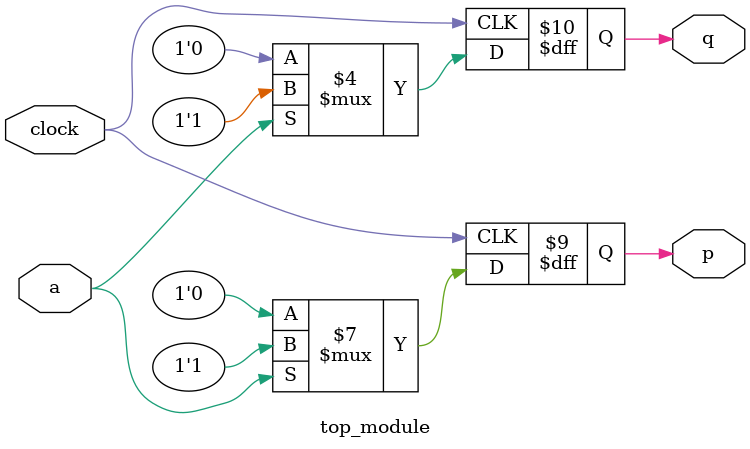
<source format=sv>
module top_module (
    input clock,
    input a, 
    output reg p,
    output reg q
);

always @(posedge clock) begin
    if (a == 1'b0) begin
        p <= 1'b0;
        q <= 1'b0;
    end else begin
        p <= 1'b1;
        q <= 1'b1;
    end
end

endmodule

</source>
